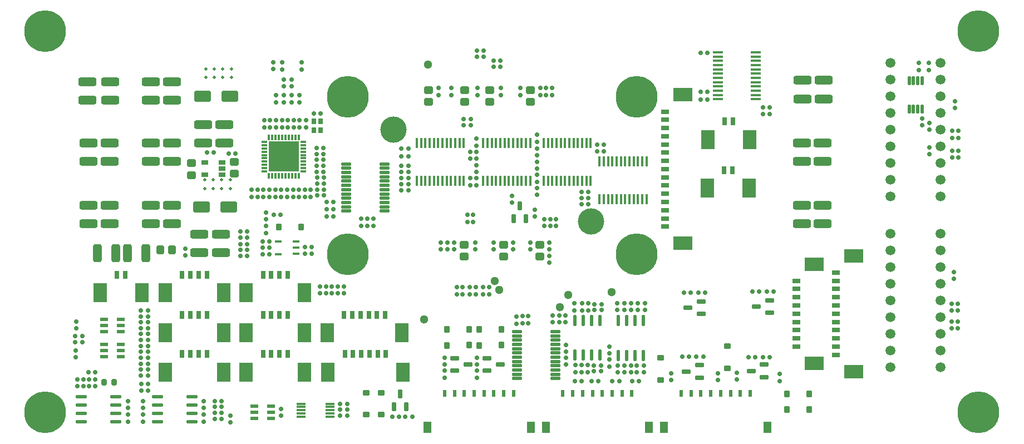
<source format=gbr>
G04*
G04 #@! TF.GenerationSoftware,Altium Limited,Altium Designer,24.9.1 (31)*
G04*
G04 Layer_Color=255*
%FSLAX44Y44*%
%MOMM*%
G71*
G04*
G04 #@! TF.SameCoordinates,11843470-2C0B-4DC8-9AB9-1888B6BF92CD*
G04*
G04*
G04 #@! TF.FilePolarity,Positive*
G04*
G01*
G75*
G04:AMPARAMS|DCode=22|XSize=0.9mm|YSize=0.95mm|CornerRadius=0.1mm|HoleSize=0mm|Usage=FLASHONLY|Rotation=0.000|XOffset=0mm|YOffset=0mm|HoleType=Round|Shape=RoundedRectangle|*
%AMROUNDEDRECTD22*
21,1,0.9000,0.7500,0,0,0.0*
21,1,0.7000,0.9500,0,0,0.0*
1,1,0.2000,0.3500,-0.3750*
1,1,0.2000,-0.3500,-0.3750*
1,1,0.2000,-0.3500,0.3750*
1,1,0.2000,0.3500,0.3750*
%
%ADD22ROUNDEDRECTD22*%
G04:AMPARAMS|DCode=32|XSize=0.95mm|YSize=0.85mm|CornerRadius=0.2125mm|HoleSize=0mm|Usage=FLASHONLY|Rotation=270.000|XOffset=0mm|YOffset=0mm|HoleType=Round|Shape=RoundedRectangle|*
%AMROUNDEDRECTD32*
21,1,0.9500,0.4250,0,0,270.0*
21,1,0.5250,0.8500,0,0,270.0*
1,1,0.4250,-0.2125,-0.2625*
1,1,0.4250,-0.2125,0.2625*
1,1,0.4250,0.2125,0.2625*
1,1,0.4250,0.2125,-0.2625*
%
%ADD32ROUNDEDRECTD32*%
G04:AMPARAMS|DCode=36|XSize=1.2mm|YSize=1.3mm|CornerRadius=0.25mm|HoleSize=0mm|Usage=FLASHONLY|Rotation=180.000|XOffset=0mm|YOffset=0mm|HoleType=Round|Shape=RoundedRectangle|*
%AMROUNDEDRECTD36*
21,1,1.2000,0.8000,0,0,180.0*
21,1,0.7000,1.3000,0,0,180.0*
1,1,0.5000,-0.3500,0.4000*
1,1,0.5000,0.3500,0.4000*
1,1,0.5000,0.3500,-0.4000*
1,1,0.5000,-0.3500,-0.4000*
%
%ADD36ROUNDEDRECTD36*%
G04:AMPARAMS|DCode=47|XSize=1.64mm|YSize=0.59mm|CornerRadius=0.1475mm|HoleSize=0mm|Usage=FLASHONLY|Rotation=180.000|XOffset=0mm|YOffset=0mm|HoleType=Round|Shape=RoundedRectangle|*
%AMROUNDEDRECTD47*
21,1,1.6400,0.2950,0,0,180.0*
21,1,1.3450,0.5900,0,0,180.0*
1,1,0.2950,-0.6725,0.1475*
1,1,0.2950,0.6725,0.1475*
1,1,0.2950,0.6725,-0.1475*
1,1,0.2950,-0.6725,-0.1475*
%
%ADD47ROUNDEDRECTD47*%
G04:AMPARAMS|DCode=48|XSize=1.21mm|YSize=0.59mm|CornerRadius=0.0738mm|HoleSize=0mm|Usage=FLASHONLY|Rotation=180.000|XOffset=0mm|YOffset=0mm|HoleType=Round|Shape=RoundedRectangle|*
%AMROUNDEDRECTD48*
21,1,1.2100,0.4425,0,0,180.0*
21,1,1.0625,0.5900,0,0,180.0*
1,1,0.1475,-0.5313,0.2213*
1,1,0.1475,0.5313,0.2213*
1,1,0.1475,0.5313,-0.2213*
1,1,0.1475,-0.5313,-0.2213*
%
%ADD48ROUNDEDRECTD48*%
G04:AMPARAMS|DCode=58|XSize=1.32mm|YSize=0.6mm|CornerRadius=0.075mm|HoleSize=0mm|Usage=FLASHONLY|Rotation=180.000|XOffset=0mm|YOffset=0mm|HoleType=Round|Shape=RoundedRectangle|*
%AMROUNDEDRECTD58*
21,1,1.3200,0.4500,0,0,180.0*
21,1,1.1700,0.6000,0,0,180.0*
1,1,0.1500,-0.5850,0.2250*
1,1,0.1500,0.5850,0.2250*
1,1,0.1500,0.5850,-0.2250*
1,1,0.1500,-0.5850,-0.2250*
%
%ADD58ROUNDEDRECTD58*%
G04:AMPARAMS|DCode=59|XSize=1.64mm|YSize=0.59mm|CornerRadius=0.1475mm|HoleSize=0mm|Usage=FLASHONLY|Rotation=90.000|XOffset=0mm|YOffset=0mm|HoleType=Round|Shape=RoundedRectangle|*
%AMROUNDEDRECTD59*
21,1,1.6400,0.2950,0,0,90.0*
21,1,1.3450,0.5900,0,0,90.0*
1,1,0.2950,0.1475,0.6725*
1,1,0.2950,0.1475,-0.6725*
1,1,0.2950,-0.1475,-0.6725*
1,1,0.2950,-0.1475,0.6725*
%
%ADD59ROUNDEDRECTD59*%
G04:AMPARAMS|DCode=60|XSize=0.65mm|YSize=0.6mm|CornerRadius=0.15mm|HoleSize=0mm|Usage=FLASHONLY|Rotation=90.000|XOffset=0mm|YOffset=0mm|HoleType=Round|Shape=RoundedRectangle|*
%AMROUNDEDRECTD60*
21,1,0.6500,0.3000,0,0,90.0*
21,1,0.3500,0.6000,0,0,90.0*
1,1,0.3000,0.1500,0.1750*
1,1,0.3000,0.1500,-0.1750*
1,1,0.3000,-0.1500,-0.1750*
1,1,0.3000,-0.1500,0.1750*
%
%ADD60ROUNDEDRECTD60*%
%ADD61R,0.6000X1.0000*%
%ADD62R,1.2500X1.8000*%
G04:AMPARAMS|DCode=66|XSize=0.65mm|YSize=0.6mm|CornerRadius=0.15mm|HoleSize=0mm|Usage=FLASHONLY|Rotation=180.000|XOffset=0mm|YOffset=0mm|HoleType=Round|Shape=RoundedRectangle|*
%AMROUNDEDRECTD66*
21,1,0.6500,0.3000,0,0,180.0*
21,1,0.3500,0.6000,0,0,180.0*
1,1,0.3000,-0.1750,0.1500*
1,1,0.3000,0.1750,0.1500*
1,1,0.3000,0.1750,-0.1500*
1,1,0.3000,-0.1750,-0.1500*
%
%ADD66ROUNDEDRECTD66*%
G04:AMPARAMS|DCode=68|XSize=1.2mm|YSize=1.3mm|CornerRadius=0.25mm|HoleSize=0mm|Usage=FLASHONLY|Rotation=270.000|XOffset=0mm|YOffset=0mm|HoleType=Round|Shape=RoundedRectangle|*
%AMROUNDEDRECTD68*
21,1,1.2000,0.8000,0,0,270.0*
21,1,0.7000,1.3000,0,0,270.0*
1,1,0.5000,-0.4000,-0.3500*
1,1,0.5000,-0.4000,0.3500*
1,1,0.5000,0.4000,0.3500*
1,1,0.5000,0.4000,-0.3500*
%
%ADD68ROUNDEDRECTD68*%
%ADD131C,1.3000*%
%ADD133C,1.5000*%
%ADD134C,1.5240*%
%ADD136C,4.0000*%
%ADD151C,0.5000*%
%ADD152C,6.3500*%
G04:AMPARAMS|DCode=154|XSize=0.9mm|YSize=0.95mm|CornerRadius=0.1mm|HoleSize=0mm|Usage=FLASHONLY|Rotation=270.000|XOffset=0mm|YOffset=0mm|HoleType=Round|Shape=RoundedRectangle|*
%AMROUNDEDRECTD154*
21,1,0.9000,0.7500,0,0,270.0*
21,1,0.7000,0.9500,0,0,270.0*
1,1,0.2000,-0.3750,-0.3500*
1,1,0.2000,-0.3750,0.3500*
1,1,0.2000,0.3750,0.3500*
1,1,0.2000,0.3750,-0.3500*
%
%ADD154ROUNDEDRECTD154*%
G04:AMPARAMS|DCode=155|XSize=1.3081mm|YSize=0.4572mm|CornerRadius=0.1143mm|HoleSize=0mm|Usage=FLASHONLY|Rotation=270.000|XOffset=0mm|YOffset=0mm|HoleType=Round|Shape=RoundedRectangle|*
%AMROUNDEDRECTD155*
21,1,1.3081,0.2286,0,0,270.0*
21,1,1.0795,0.4572,0,0,270.0*
1,1,0.2286,-0.1143,-0.5397*
1,1,0.2286,-0.1143,0.5397*
1,1,0.2286,0.1143,0.5397*
1,1,0.2286,0.1143,-0.5397*
%
%ADD155ROUNDEDRECTD155*%
%ADD156R,0.9779X0.4064*%
%ADD157R,1.3000X0.8000*%
%ADD158R,3.0000X2.1000*%
G04:AMPARAMS|DCode=159|XSize=1.57mm|YSize=0.41mm|CornerRadius=0.0513mm|HoleSize=0mm|Usage=FLASHONLY|Rotation=0.000|XOffset=0mm|YOffset=0mm|HoleType=Round|Shape=RoundedRectangle|*
%AMROUNDEDRECTD159*
21,1,1.5700,0.3075,0,0,0.0*
21,1,1.4675,0.4100,0,0,0.0*
1,1,0.1025,0.7338,-0.1538*
1,1,0.1025,-0.7338,-0.1538*
1,1,0.1025,-0.7338,0.1538*
1,1,0.1025,0.7338,0.1538*
%
%ADD159ROUNDEDRECTD159*%
G04:AMPARAMS|DCode=160|XSize=2.7mm|YSize=1.3mm|CornerRadius=0.25mm|HoleSize=0mm|Usage=FLASHONLY|Rotation=180.000|XOffset=0mm|YOffset=0mm|HoleType=Round|Shape=RoundedRectangle|*
%AMROUNDEDRECTD160*
21,1,2.7000,0.8000,0,0,180.0*
21,1,2.2000,1.3000,0,0,180.0*
1,1,0.5000,-1.1000,0.4000*
1,1,0.5000,1.1000,0.4000*
1,1,0.5000,1.1000,-0.4000*
1,1,0.5000,-1.1000,-0.4000*
%
%ADD160ROUNDEDRECTD160*%
G04:AMPARAMS|DCode=161|XSize=1.5mm|YSize=0.45mm|CornerRadius=0.1125mm|HoleSize=0mm|Usage=FLASHONLY|Rotation=180.000|XOffset=0mm|YOffset=0mm|HoleType=Round|Shape=RoundedRectangle|*
%AMROUNDEDRECTD161*
21,1,1.5000,0.2250,0,0,180.0*
21,1,1.2750,0.4500,0,0,180.0*
1,1,0.2250,-0.6375,0.1125*
1,1,0.2250,0.6375,0.1125*
1,1,0.2250,0.6375,-0.1125*
1,1,0.2250,-0.6375,-0.1125*
%
%ADD161ROUNDEDRECTD161*%
G04:AMPARAMS|DCode=162|XSize=1.32mm|YSize=0.6mm|CornerRadius=0.075mm|HoleSize=0mm|Usage=FLASHONLY|Rotation=90.000|XOffset=0mm|YOffset=0mm|HoleType=Round|Shape=RoundedRectangle|*
%AMROUNDEDRECTD162*
21,1,1.3200,0.4500,0,0,90.0*
21,1,1.1700,0.6000,0,0,90.0*
1,1,0.1500,0.2250,0.5850*
1,1,0.1500,0.2250,-0.5850*
1,1,0.1500,-0.2250,-0.5850*
1,1,0.1500,-0.2250,0.5850*
%
%ADD162ROUNDEDRECTD162*%
%ADD163R,1.4000X0.3000*%
%ADD164R,0.8000X1.3000*%
%ADD165R,2.1000X3.0000*%
G04:AMPARAMS|DCode=166|XSize=2.7mm|YSize=1.3mm|CornerRadius=0.25mm|HoleSize=0mm|Usage=FLASHONLY|Rotation=270.000|XOffset=0mm|YOffset=0mm|HoleType=Round|Shape=RoundedRectangle|*
%AMROUNDEDRECTD166*
21,1,2.7000,0.8000,0,0,270.0*
21,1,2.2000,1.3000,0,0,270.0*
1,1,0.5000,-0.4000,-1.1000*
1,1,0.5000,-0.4000,1.1000*
1,1,0.5000,0.4000,1.1000*
1,1,0.5000,0.4000,-1.1000*
%
%ADD166ROUNDEDRECTD166*%
G04:AMPARAMS|DCode=167|XSize=1.65mm|YSize=2.55mm|CornerRadius=0.25mm|HoleSize=0mm|Usage=FLASHONLY|Rotation=90.000|XOffset=0mm|YOffset=0mm|HoleType=Round|Shape=RoundedRectangle|*
%AMROUNDEDRECTD167*
21,1,1.6500,2.0500,0,0,90.0*
21,1,1.1500,2.5500,0,0,90.0*
1,1,0.5000,1.0250,0.5750*
1,1,0.5000,1.0250,-0.5750*
1,1,0.5000,-1.0250,-0.5750*
1,1,0.5000,-1.0250,0.5750*
%
%ADD167ROUNDEDRECTD167*%
G04:AMPARAMS|DCode=168|XSize=1.1mm|YSize=0.6mm|CornerRadius=0.05mm|HoleSize=0mm|Usage=FLASHONLY|Rotation=180.000|XOffset=0mm|YOffset=0mm|HoleType=Round|Shape=RoundedRectangle|*
%AMROUNDEDRECTD168*
21,1,1.1000,0.5000,0,0,180.0*
21,1,1.0000,0.6000,0,0,180.0*
1,1,0.1000,-0.5000,0.2500*
1,1,0.1000,0.5000,0.2500*
1,1,0.1000,0.5000,-0.2500*
1,1,0.1000,-0.5000,-0.2500*
%
%ADD168ROUNDEDRECTD168*%
G04:AMPARAMS|DCode=169|XSize=0.84mm|YSize=0.26mm|CornerRadius=0.0325mm|HoleSize=0mm|Usage=FLASHONLY|Rotation=270.000|XOffset=0mm|YOffset=0mm|HoleType=Round|Shape=RoundedRectangle|*
%AMROUNDEDRECTD169*
21,1,0.8400,0.1950,0,0,270.0*
21,1,0.7750,0.2600,0,0,270.0*
1,1,0.0650,-0.0975,-0.3875*
1,1,0.0650,-0.0975,0.3875*
1,1,0.0650,0.0975,0.3875*
1,1,0.0650,0.0975,-0.3875*
%
%ADD169ROUNDEDRECTD169*%
G04:AMPARAMS|DCode=170|XSize=0.26mm|YSize=0.84mm|CornerRadius=0.0325mm|HoleSize=0mm|Usage=FLASHONLY|Rotation=270.000|XOffset=0mm|YOffset=0mm|HoleType=Round|Shape=RoundedRectangle|*
%AMROUNDEDRECTD170*
21,1,0.2600,0.7750,0,0,270.0*
21,1,0.1950,0.8400,0,0,270.0*
1,1,0.0650,-0.3875,-0.0975*
1,1,0.0650,-0.3875,0.0975*
1,1,0.0650,0.3875,0.0975*
1,1,0.0650,0.3875,-0.0975*
%
%ADD170ROUNDEDRECTD170*%
%ADD171R,4.6000X4.6000*%
G04:AMPARAMS|DCode=172|XSize=1.57mm|YSize=0.41mm|CornerRadius=0.0513mm|HoleSize=0mm|Usage=FLASHONLY|Rotation=270.000|XOffset=0mm|YOffset=0mm|HoleType=Round|Shape=RoundedRectangle|*
%AMROUNDEDRECTD172*
21,1,1.5700,0.3075,0,0,270.0*
21,1,1.4675,0.4100,0,0,270.0*
1,1,0.1025,-0.1538,-0.7338*
1,1,0.1025,-0.1538,0.7338*
1,1,0.1025,0.1538,0.7338*
1,1,0.1025,0.1538,-0.7338*
%
%ADD172ROUNDEDRECTD172*%
%ADD173R,0.7500X0.8500*%
D22*
X1168189Y67968D02*
D03*
X1201800Y68000D02*
D03*
X1168189Y43968D02*
D03*
X1201800Y44000D02*
D03*
X700190Y141968D02*
D03*
X733800Y142000D02*
D03*
X651189Y141968D02*
D03*
X684800Y142000D02*
D03*
X651189Y165968D02*
D03*
X684800Y166000D02*
D03*
X700189Y165968D02*
D03*
X733800Y166000D02*
D03*
X428800Y322250D02*
D03*
X395189Y322218D02*
D03*
D32*
X129250Y86000D02*
D03*
X144750D02*
D03*
D36*
X233000Y287002D02*
D03*
X215000D02*
D03*
D47*
X94650Y51350D02*
D03*
Y38650D02*
D03*
X147350Y64050D02*
D03*
Y25950D02*
D03*
X94650D02*
D03*
Y64050D02*
D03*
X147350Y38650D02*
D03*
Y51350D02*
D03*
X263350Y25950D02*
D03*
X210650Y51350D02*
D03*
Y25950D02*
D03*
Y38650D02*
D03*
X263350Y64050D02*
D03*
X210650D02*
D03*
X263350Y38650D02*
D03*
Y51350D02*
D03*
D48*
X358450Y30500D02*
D03*
Y49500D02*
D03*
X383550D02*
D03*
Y40000D02*
D03*
Y30500D02*
D03*
X358450Y40000D02*
D03*
X129450Y143500D02*
D03*
Y134000D02*
D03*
Y124500D02*
D03*
X154550D02*
D03*
Y143500D02*
D03*
Y134000D02*
D03*
Y181500D02*
D03*
Y162500D02*
D03*
X129450D02*
D03*
Y172000D02*
D03*
Y181500D02*
D03*
X154550Y172000D02*
D03*
D58*
X1114000Y103000D02*
D03*
X1134000Y112500D02*
D03*
Y93500D02*
D03*
X1122000Y201000D02*
D03*
X1142000Y210500D02*
D03*
Y191500D02*
D03*
X1018000Y199000D02*
D03*
X1038000Y208500D02*
D03*
Y189500D02*
D03*
X1015000Y102000D02*
D03*
X1035000Y111500D02*
D03*
Y92500D02*
D03*
X712000Y103500D02*
D03*
X732000Y113000D02*
D03*
X712000Y122500D02*
D03*
X663000Y103500D02*
D03*
X683000Y113000D02*
D03*
X663000Y122500D02*
D03*
D59*
X871300Y179700D02*
D03*
X884000Y127000D02*
D03*
X858600Y179700D02*
D03*
X845900D02*
D03*
X858600Y127000D02*
D03*
X871300D02*
D03*
X845900D02*
D03*
X884000Y179700D02*
D03*
X937350Y179350D02*
D03*
X950050Y126650D02*
D03*
X924650Y179350D02*
D03*
X911950D02*
D03*
X924650Y126650D02*
D03*
X937350D02*
D03*
X911950D02*
D03*
X950050Y179350D02*
D03*
D60*
X1384000Y571250D02*
D03*
Y560750D02*
D03*
X1385000Y432750D02*
D03*
Y443250D02*
D03*
X1374000Y476750D02*
D03*
Y487250D02*
D03*
X1385000Y480250D02*
D03*
Y469750D02*
D03*
X1369000Y571250D02*
D03*
Y560750D02*
D03*
X253000Y278750D02*
D03*
Y289250D02*
D03*
X415000Y535750D02*
D03*
Y546250D02*
D03*
X696000Y385750D02*
D03*
Y396250D02*
D03*
X430000Y561750D02*
D03*
Y572250D02*
D03*
X638002Y533250D02*
D03*
Y522750D02*
D03*
X793001Y533250D02*
D03*
Y522750D02*
D03*
X763001Y533250D02*
D03*
Y522750D02*
D03*
X722001Y298250D02*
D03*
Y287750D02*
D03*
X752002Y298250D02*
D03*
Y287750D02*
D03*
X662001Y298250D02*
D03*
Y287750D02*
D03*
X694001Y298250D02*
D03*
Y287750D02*
D03*
X778001Y298250D02*
D03*
Y287750D02*
D03*
X733001Y533250D02*
D03*
Y522750D02*
D03*
X807001Y298250D02*
D03*
Y287750D02*
D03*
X658001Y533250D02*
D03*
Y522750D02*
D03*
X698001Y533250D02*
D03*
Y522750D02*
D03*
X1132000Y504250D02*
D03*
Y493750D02*
D03*
X166000Y46750D02*
D03*
Y57250D02*
D03*
X757000Y174750D02*
D03*
Y185250D02*
D03*
X812000Y176750D02*
D03*
Y187250D02*
D03*
X1157000Y87750D02*
D03*
Y98250D02*
D03*
X1092000Y89500D02*
D03*
Y100000D02*
D03*
X1063000Y88750D02*
D03*
Y99250D02*
D03*
X992000Y88750D02*
D03*
Y99250D02*
D03*
X1422000Y242750D02*
D03*
Y253250D02*
D03*
X363000Y378250D02*
D03*
Y367750D02*
D03*
X1424000Y513500D02*
D03*
Y503000D02*
D03*
X281000Y46750D02*
D03*
Y57250D02*
D03*
X391000Y473750D02*
D03*
Y484250D02*
D03*
X382000Y473750D02*
D03*
Y484250D02*
D03*
X437000Y473750D02*
D03*
Y484250D02*
D03*
X86000Y134250D02*
D03*
Y123750D02*
D03*
X87000Y167750D02*
D03*
Y178250D02*
D03*
X880000Y436750D02*
D03*
Y447250D02*
D03*
X403000Y546250D02*
D03*
Y535750D02*
D03*
X642001Y298250D02*
D03*
Y287750D02*
D03*
X652001Y298250D02*
D03*
Y287750D02*
D03*
X706000Y219750D02*
D03*
Y230250D02*
D03*
X675000Y219750D02*
D03*
Y230250D02*
D03*
X400000Y572250D02*
D03*
Y561750D02*
D03*
X386650Y572641D02*
D03*
Y562141D02*
D03*
X391000Y522250D02*
D03*
Y511750D02*
D03*
X427000Y522250D02*
D03*
Y511750D02*
D03*
X403000Y511750D02*
D03*
Y522250D02*
D03*
X415000Y511750D02*
D03*
Y522250D02*
D03*
X775000Y175750D02*
D03*
Y186250D02*
D03*
X831000Y176750D02*
D03*
Y187250D02*
D03*
X1419000Y205250D02*
D03*
Y194750D02*
D03*
X1420000Y427750D02*
D03*
Y438250D02*
D03*
X1428000Y194750D02*
D03*
Y205250D02*
D03*
X1429000Y427750D02*
D03*
Y438250D02*
D03*
X1419000Y178250D02*
D03*
Y167750D02*
D03*
X1420000Y457750D02*
D03*
Y468250D02*
D03*
X1428000Y167750D02*
D03*
Y178250D02*
D03*
X1429000Y457750D02*
D03*
Y468250D02*
D03*
X715000Y219750D02*
D03*
Y230250D02*
D03*
X322000Y24750D02*
D03*
Y35250D02*
D03*
X376000Y323250D02*
D03*
Y312750D02*
D03*
X376000Y344250D02*
D03*
Y333750D02*
D03*
X196000Y83250D02*
D03*
Y72750D02*
D03*
X186000Y83250D02*
D03*
Y72750D02*
D03*
X682000Y340250D02*
D03*
Y329750D02*
D03*
X189000Y57250D02*
D03*
Y46750D02*
D03*
X281000Y36250D02*
D03*
Y25750D02*
D03*
X539000Y334250D02*
D03*
Y323750D02*
D03*
X766000Y175750D02*
D03*
Y186250D02*
D03*
X822000Y176750D02*
D03*
Y187250D02*
D03*
X697000Y103250D02*
D03*
Y92750D02*
D03*
X648000Y103250D02*
D03*
Y92750D02*
D03*
X697000Y112750D02*
D03*
Y123250D02*
D03*
X648000Y112750D02*
D03*
Y123250D02*
D03*
X811000Y533250D02*
D03*
Y522750D02*
D03*
X691000Y340250D02*
D03*
Y329750D02*
D03*
X166000Y25750D02*
D03*
Y36250D02*
D03*
X98000Y79750D02*
D03*
Y90250D02*
D03*
X116000Y90250D02*
D03*
Y79750D02*
D03*
X910000Y206250D02*
D03*
Y195750D02*
D03*
X911000Y100750D02*
D03*
Y111250D02*
D03*
X831950Y132100D02*
D03*
Y142600D02*
D03*
X898000Y129750D02*
D03*
Y140250D02*
D03*
X844950Y205600D02*
D03*
Y195100D02*
D03*
X898000Y120000D02*
D03*
Y109500D02*
D03*
X832000Y123250D02*
D03*
Y112750D02*
D03*
X846950Y101100D02*
D03*
Y111600D02*
D03*
X921000Y206250D02*
D03*
Y195750D02*
D03*
X931000Y206250D02*
D03*
Y195750D02*
D03*
X921000Y100750D02*
D03*
Y111250D02*
D03*
X931000Y100750D02*
D03*
Y111250D02*
D03*
X856950Y205600D02*
D03*
Y195100D02*
D03*
X865950Y205600D02*
D03*
Y195100D02*
D03*
X855950Y101100D02*
D03*
Y111600D02*
D03*
X864950Y101100D02*
D03*
Y111600D02*
D03*
X799210Y333750D02*
D03*
Y323250D02*
D03*
X808210Y333750D02*
D03*
Y323250D02*
D03*
X817210D02*
D03*
Y333750D02*
D03*
X399000Y34750D02*
D03*
Y45250D02*
D03*
X802000Y533250D02*
D03*
Y522750D02*
D03*
X696000Y445750D02*
D03*
Y456250D02*
D03*
X427000Y473750D02*
D03*
Y484250D02*
D03*
X373000Y473750D02*
D03*
Y484250D02*
D03*
X435000Y378250D02*
D03*
Y367750D02*
D03*
X418000Y473750D02*
D03*
Y484250D02*
D03*
X409000Y473750D02*
D03*
Y484250D02*
D03*
X426000Y378250D02*
D03*
Y367750D02*
D03*
X400000Y473750D02*
D03*
Y484250D02*
D03*
X785000Y348250D02*
D03*
Y337750D02*
D03*
X750000Y359000D02*
D03*
Y369500D02*
D03*
X807000Y267750D02*
D03*
Y278250D02*
D03*
X494000Y220750D02*
D03*
Y231250D02*
D03*
X476000Y220750D02*
D03*
Y231250D02*
D03*
X485000Y220750D02*
D03*
Y231250D02*
D03*
X467000Y231250D02*
D03*
Y220750D02*
D03*
X107000Y90250D02*
D03*
Y79750D02*
D03*
X89000D02*
D03*
Y90250D02*
D03*
X408000Y378250D02*
D03*
Y367750D02*
D03*
X399000Y378250D02*
D03*
Y367750D02*
D03*
X390000Y378250D02*
D03*
Y367750D02*
D03*
X381000Y378250D02*
D03*
Y367750D02*
D03*
X372000Y378250D02*
D03*
Y367750D02*
D03*
X354000Y378250D02*
D03*
Y367750D02*
D03*
X417000Y378250D02*
D03*
Y367750D02*
D03*
X666000Y219750D02*
D03*
Y230250D02*
D03*
X695000D02*
D03*
Y219750D02*
D03*
X686000Y230250D02*
D03*
Y219750D02*
D03*
X521000Y334250D02*
D03*
Y323750D02*
D03*
X530000Y334250D02*
D03*
Y323750D02*
D03*
X687000Y385750D02*
D03*
Y396250D02*
D03*
X696000Y436250D02*
D03*
Y425750D02*
D03*
Y416250D02*
D03*
Y405750D02*
D03*
X458000Y220750D02*
D03*
Y231250D02*
D03*
X189000Y36250D02*
D03*
Y25750D02*
D03*
X788000Y462250D02*
D03*
Y451750D02*
D03*
Y370750D02*
D03*
Y381250D02*
D03*
X1142000Y504250D02*
D03*
Y493750D02*
D03*
X890000Y447250D02*
D03*
Y436750D02*
D03*
X687000Y425750D02*
D03*
Y436250D02*
D03*
X788000Y401250D02*
D03*
Y390750D02*
D03*
Y430750D02*
D03*
Y441250D02*
D03*
Y421250D02*
D03*
Y410750D02*
D03*
X444000Y378250D02*
D03*
Y367750D02*
D03*
D61*
X917500Y68700D02*
D03*
X887500D02*
D03*
X857500D02*
D03*
X827500D02*
D03*
X842500D02*
D03*
X872500D02*
D03*
X902500D02*
D03*
X932500D02*
D03*
X722500D02*
D03*
X752500D02*
D03*
X692500D02*
D03*
X662500D02*
D03*
X737500D02*
D03*
X707500D02*
D03*
X677500D02*
D03*
X647500D02*
D03*
X1112500D02*
D03*
X1082500D02*
D03*
X1052500D02*
D03*
X1022500D02*
D03*
X1007500D02*
D03*
X1037500D02*
D03*
X1067500D02*
D03*
X1097500D02*
D03*
D62*
X801450Y16800D02*
D03*
X958550D02*
D03*
X621450D02*
D03*
X778550D02*
D03*
X981450D02*
D03*
X1138550D02*
D03*
D66*
X1047250Y587000D02*
D03*
X1036750D02*
D03*
X285750Y435000D02*
D03*
X296250D02*
D03*
X1047250Y516000D02*
D03*
X1036750D02*
D03*
X478250Y349000D02*
D03*
X467750D02*
D03*
X459250Y495000D02*
D03*
X448750D02*
D03*
X488750Y53000D02*
D03*
X499250D02*
D03*
X387750Y340250D02*
D03*
X398250D02*
D03*
X96250Y147000D02*
D03*
X85750D02*
D03*
X96250Y156000D02*
D03*
X85750D02*
D03*
X381250Y300250D02*
D03*
X370750D02*
D03*
X592250Y406000D02*
D03*
X581750D02*
D03*
X866250Y357000D02*
D03*
X855750D02*
D03*
X318750Y434000D02*
D03*
X329250D02*
D03*
X707250Y590000D02*
D03*
X696750D02*
D03*
X1126250Y224000D02*
D03*
X1115750D02*
D03*
X1137750D02*
D03*
X1148250D02*
D03*
X1120500Y124000D02*
D03*
X1110000D02*
D03*
X1131750D02*
D03*
X1142250D02*
D03*
X1019250Y125000D02*
D03*
X1008750D02*
D03*
X1030750D02*
D03*
X1041250D02*
D03*
X1022250Y222000D02*
D03*
X1011750D02*
D03*
X1033750D02*
D03*
X1044250D02*
D03*
X707250Y581000D02*
D03*
X696750D02*
D03*
X721750Y575000D02*
D03*
X732250D02*
D03*
X721750Y566000D02*
D03*
X732250D02*
D03*
X676750Y486000D02*
D03*
X687250D02*
D03*
X676750Y477000D02*
D03*
X687250D02*
D03*
X488750Y35000D02*
D03*
X499250D02*
D03*
X488750Y44000D02*
D03*
X499250D02*
D03*
X445250Y281250D02*
D03*
X434750D02*
D03*
X445250Y291250D02*
D03*
X434750D02*
D03*
X370750Y280250D02*
D03*
X381250D02*
D03*
X370750Y290250D02*
D03*
X381250D02*
D03*
X336750Y315000D02*
D03*
X347250D02*
D03*
X587750Y33000D02*
D03*
X598250D02*
D03*
X578250Y33000D02*
D03*
X567750D02*
D03*
X308250Y39000D02*
D03*
X297750D02*
D03*
X308250Y48000D02*
D03*
X297750D02*
D03*
X297750Y30000D02*
D03*
X308250D02*
D03*
X297750Y57000D02*
D03*
X308250D02*
D03*
X336750Y306000D02*
D03*
X347250D02*
D03*
X347250Y296000D02*
D03*
X336750D02*
D03*
X196250Y186000D02*
D03*
X185750D02*
D03*
X196250Y177000D02*
D03*
X185750D02*
D03*
X196250Y114000D02*
D03*
X185750D02*
D03*
X196250Y105000D02*
D03*
X185750D02*
D03*
X196250Y150000D02*
D03*
X185750D02*
D03*
X196250Y141000D02*
D03*
X185750D02*
D03*
X185750Y195000D02*
D03*
X196250D02*
D03*
X185750Y168000D02*
D03*
X196250D02*
D03*
X185750Y123000D02*
D03*
X196250D02*
D03*
X185750Y96000D02*
D03*
X196250D02*
D03*
X105750Y101000D02*
D03*
X116250D02*
D03*
X185750Y159000D02*
D03*
X196250D02*
D03*
X185750Y132000D02*
D03*
X196250D02*
D03*
X845750Y87000D02*
D03*
X856250D02*
D03*
X941750Y196000D02*
D03*
X952250D02*
D03*
X932750Y87000D02*
D03*
X943250D02*
D03*
X940000Y111250D02*
D03*
X950500D02*
D03*
X902750Y87000D02*
D03*
X913250D02*
D03*
X875700Y195350D02*
D03*
X886200D02*
D03*
X870750Y87000D02*
D03*
X881250D02*
D03*
X874700Y111350D02*
D03*
X885200D02*
D03*
X941750Y206000D02*
D03*
X952250D02*
D03*
X940000Y100750D02*
D03*
X950500D02*
D03*
X875700Y204350D02*
D03*
X886200D02*
D03*
X874700Y102350D02*
D03*
X885200D02*
D03*
X592250Y441000D02*
D03*
X581750D02*
D03*
X453750Y370000D02*
D03*
X464250D02*
D03*
X452750Y406000D02*
D03*
X463250D02*
D03*
X463250Y415000D02*
D03*
X452750D02*
D03*
X463250Y424000D02*
D03*
X452750D02*
D03*
X463250Y433000D02*
D03*
X452750D02*
D03*
X463250Y442000D02*
D03*
X452750D02*
D03*
X464250Y379000D02*
D03*
X453750D02*
D03*
X347250Y287000D02*
D03*
X336750D02*
D03*
X336750Y278000D02*
D03*
X347250D02*
D03*
X464250Y388000D02*
D03*
X453750D02*
D03*
X581750Y387000D02*
D03*
X592250D02*
D03*
X581750Y378000D02*
D03*
X592250D02*
D03*
X478250Y338000D02*
D03*
X467750D02*
D03*
X478250Y360000D02*
D03*
X467750D02*
D03*
X581750Y396000D02*
D03*
X592250D02*
D03*
X866250Y366000D02*
D03*
X855750D02*
D03*
X1036750Y528000D02*
D03*
X1047250D02*
D03*
X866250Y375000D02*
D03*
X855750D02*
D03*
X592250Y415000D02*
D03*
X581750D02*
D03*
Y429000D02*
D03*
X592250D02*
D03*
X464250Y397000D02*
D03*
X453750D02*
D03*
D68*
X327998Y421000D02*
D03*
Y403000D02*
D03*
X262748Y419000D02*
D03*
Y401000D02*
D03*
X678000Y530000D02*
D03*
Y512000D02*
D03*
X716000Y530000D02*
D03*
Y512000D02*
D03*
X778000Y530000D02*
D03*
Y512000D02*
D03*
X677000Y295000D02*
D03*
Y277000D02*
D03*
X737000Y295000D02*
D03*
Y277000D02*
D03*
X792000Y295000D02*
D03*
Y277000D02*
D03*
X623000Y530000D02*
D03*
Y512000D02*
D03*
D131*
X622000Y569000D02*
D03*
X616000Y181000D02*
D03*
X823000Y200000D02*
D03*
X902000Y223000D02*
D03*
X836000Y219000D02*
D03*
X731000Y226000D02*
D03*
X724000Y240000D02*
D03*
D133*
X1402100Y368400D02*
D03*
Y393800D02*
D03*
X1325900Y368400D02*
D03*
Y393800D02*
D03*
X1402100Y419200D02*
D03*
X1325900D02*
D03*
X1402100Y470000D02*
D03*
Y444600D02*
D03*
Y520800D02*
D03*
X1325900Y571600D02*
D03*
X1402100D02*
D03*
Y546200D02*
D03*
X1325900Y495400D02*
D03*
Y470000D02*
D03*
Y444600D02*
D03*
Y546200D02*
D03*
X1402100Y495400D02*
D03*
X1325900Y520800D02*
D03*
Y286200D02*
D03*
Y184600D02*
D03*
Y210000D02*
D03*
Y235400D02*
D03*
X1402100Y286200D02*
D03*
Y311600D02*
D03*
X1325900D02*
D03*
X1402100Y260800D02*
D03*
X1325900Y159200D02*
D03*
X1402100D02*
D03*
X1325900Y133800D02*
D03*
Y108400D02*
D03*
X1402100Y133800D02*
D03*
Y108400D02*
D03*
Y184600D02*
D03*
Y210000D02*
D03*
Y235400D02*
D03*
X1325900Y260800D02*
D03*
D134*
X17140Y620000D02*
D03*
X23836Y603835D02*
D03*
X40000Y597140D02*
D03*
X23836Y636165D02*
D03*
X40000Y642860D02*
D03*
X56164Y603835D02*
D03*
Y636165D02*
D03*
X62860Y620000D02*
D03*
X1460000Y597140D02*
D03*
X1476164Y603835D02*
D03*
X1443836D02*
D03*
X1482860Y620000D02*
D03*
X1437140D02*
D03*
X1476164Y636165D02*
D03*
X1443836D02*
D03*
X1460000Y642860D02*
D03*
X1443836Y23836D02*
D03*
X1437140Y40000D02*
D03*
X1460000Y17140D02*
D03*
X1476164Y56164D02*
D03*
X1443836D02*
D03*
X1460000Y62860D02*
D03*
X1476164Y23836D02*
D03*
X1482860Y40000D02*
D03*
X23836Y23836D02*
D03*
X40000Y17140D02*
D03*
X17140Y40000D02*
D03*
X56164Y23836D02*
D03*
Y56164D02*
D03*
X62860Y40000D02*
D03*
X23836Y56164D02*
D03*
X40000Y62860D02*
D03*
X483835Y503836D02*
D03*
X500000Y497140D02*
D03*
X516164Y503836D02*
D03*
X477140Y520000D02*
D03*
X522860D02*
D03*
X483835Y536164D02*
D03*
X516164D02*
D03*
X500000Y542860D02*
D03*
X940000Y257140D02*
D03*
X923835Y263836D02*
D03*
X956165D02*
D03*
X917140Y280000D02*
D03*
X923835Y296164D02*
D03*
X962860Y280000D02*
D03*
X940000Y302860D02*
D03*
X956165Y296164D02*
D03*
X483835Y263836D02*
D03*
X500000Y257140D02*
D03*
X516164Y263836D02*
D03*
X477140Y280000D02*
D03*
X522860D02*
D03*
X483835Y296164D02*
D03*
X516164D02*
D03*
X500000Y302860D02*
D03*
X923835Y503836D02*
D03*
X917140Y520000D02*
D03*
X923835Y536164D02*
D03*
X940000Y497140D02*
D03*
X956165Y503836D02*
D03*
Y536164D02*
D03*
X962860Y520000D02*
D03*
X940000Y542860D02*
D03*
D136*
X570000Y470000D02*
D03*
X870000Y330000D02*
D03*
D151*
X323000Y549500D02*
D03*
Y562500D02*
D03*
X284000Y549500D02*
D03*
Y562500D02*
D03*
X297000Y549500D02*
D03*
Y562500D02*
D03*
X310000Y549500D02*
D03*
Y562500D02*
D03*
X308500Y393500D02*
D03*
Y380500D02*
D03*
X295500Y393500D02*
D03*
Y380500D02*
D03*
X282500Y393500D02*
D03*
Y380500D02*
D03*
X321500Y393500D02*
D03*
Y380500D02*
D03*
D152*
X40000Y620000D02*
D03*
X1460000D02*
D03*
Y40000D02*
D03*
X40000D02*
D03*
X500000Y520000D02*
D03*
X940000Y280000D02*
D03*
X500000D02*
D03*
X940000Y520000D02*
D03*
D154*
X528000Y69800D02*
D03*
X528032Y36189D02*
D03*
X1078032Y107189D02*
D03*
X1078000Y140800D02*
D03*
X976032Y89189D02*
D03*
X976000Y122800D02*
D03*
X551000Y69800D02*
D03*
X551032Y36189D02*
D03*
D155*
X1354250Y544526D02*
D03*
X1360750D02*
D03*
X1367250D02*
D03*
X1373750D02*
D03*
Y501474D02*
D03*
X1367250D02*
D03*
X1360750D02*
D03*
X1354250D02*
D03*
D156*
X394602Y299775D02*
D03*
Y280725D02*
D03*
X421399Y280852D02*
D03*
Y290250D02*
D03*
Y299648D02*
D03*
D157*
X982500Y410000D02*
D03*
Y397500D02*
D03*
Y322500D02*
D03*
Y435000D02*
D03*
Y422500D02*
D03*
Y485000D02*
D03*
Y472500D02*
D03*
Y460000D02*
D03*
Y447500D02*
D03*
Y385000D02*
D03*
Y372500D02*
D03*
Y360000D02*
D03*
Y347500D02*
D03*
Y335000D02*
D03*
Y497500D02*
D03*
X1182500Y240000D02*
D03*
Y215000D02*
D03*
Y202500D02*
D03*
Y190000D02*
D03*
Y177500D02*
D03*
Y165000D02*
D03*
Y152500D02*
D03*
Y140000D02*
D03*
Y227500D02*
D03*
X1242500Y252500D02*
D03*
Y227500D02*
D03*
Y215000D02*
D03*
Y202500D02*
D03*
Y190000D02*
D03*
Y177500D02*
D03*
Y165000D02*
D03*
Y152500D02*
D03*
Y140000D02*
D03*
Y127500D02*
D03*
Y240000D02*
D03*
D158*
X1010000Y297000D02*
D03*
Y523000D02*
D03*
X1210000Y114500D02*
D03*
Y265500D02*
D03*
X1270000Y102000D02*
D03*
Y278000D02*
D03*
D159*
X1063300Y516250D02*
D03*
Y522750D02*
D03*
Y529250D02*
D03*
Y535750D02*
D03*
Y542250D02*
D03*
Y548750D02*
D03*
Y555250D02*
D03*
Y561750D02*
D03*
Y568250D02*
D03*
Y574750D02*
D03*
Y581250D02*
D03*
Y587750D02*
D03*
X1120700D02*
D03*
Y581250D02*
D03*
Y574750D02*
D03*
Y568250D02*
D03*
Y561750D02*
D03*
Y555250D02*
D03*
Y548750D02*
D03*
Y542250D02*
D03*
Y535750D02*
D03*
Y529250D02*
D03*
Y522750D02*
D03*
Y516250D02*
D03*
D160*
X1224000Y517000D02*
D03*
Y545000D02*
D03*
X1192000Y517000D02*
D03*
Y545000D02*
D03*
X1190920Y421653D02*
D03*
Y449653D02*
D03*
X1222920Y421653D02*
D03*
Y449653D02*
D03*
X1222931Y326653D02*
D03*
Y354653D02*
D03*
X1190931Y326653D02*
D03*
Y354653D02*
D03*
X106000Y327000D02*
D03*
Y355000D02*
D03*
X138000Y327000D02*
D03*
Y355000D02*
D03*
X201000Y327000D02*
D03*
Y355000D02*
D03*
X233000Y327000D02*
D03*
Y355000D02*
D03*
X307000Y283000D02*
D03*
Y311000D02*
D03*
X274000Y283000D02*
D03*
Y311000D02*
D03*
X201000Y422000D02*
D03*
Y450000D02*
D03*
X233000Y422000D02*
D03*
Y450000D02*
D03*
X138000Y422000D02*
D03*
Y450000D02*
D03*
X106000Y422000D02*
D03*
Y450000D02*
D03*
X104000Y515000D02*
D03*
Y543000D02*
D03*
X139000Y515000D02*
D03*
Y543000D02*
D03*
X233000Y515000D02*
D03*
Y543000D02*
D03*
X201000Y515000D02*
D03*
Y543000D02*
D03*
X280000Y450000D02*
D03*
Y478000D02*
D03*
X312000Y450000D02*
D03*
Y478000D02*
D03*
D161*
X758000Y91250D02*
D03*
Y97750D02*
D03*
Y104250D02*
D03*
Y110750D02*
D03*
Y117250D02*
D03*
Y123750D02*
D03*
Y130250D02*
D03*
Y136750D02*
D03*
X816000Y117250D02*
D03*
Y110750D02*
D03*
Y104250D02*
D03*
Y97750D02*
D03*
Y143250D02*
D03*
Y136750D02*
D03*
Y130250D02*
D03*
Y123750D02*
D03*
Y162750D02*
D03*
Y149750D02*
D03*
X758000D02*
D03*
Y156250D02*
D03*
X816000D02*
D03*
X758000Y162750D02*
D03*
X816000Y91250D02*
D03*
X758000Y143250D02*
D03*
X498000Y398250D02*
D03*
X556000Y365750D02*
D03*
X498000Y359250D02*
D03*
Y346250D02*
D03*
X556000Y352750D02*
D03*
Y359250D02*
D03*
Y372250D02*
D03*
Y378750D02*
D03*
Y385250D02*
D03*
Y391750D02*
D03*
Y398250D02*
D03*
Y404750D02*
D03*
Y411250D02*
D03*
Y417750D02*
D03*
X498000Y411250D02*
D03*
Y404750D02*
D03*
Y385250D02*
D03*
Y372250D02*
D03*
Y365750D02*
D03*
Y378750D02*
D03*
Y391750D02*
D03*
Y352750D02*
D03*
X556000Y346250D02*
D03*
X498000Y417750D02*
D03*
D162*
X580000Y68000D02*
D03*
X589500Y48000D02*
D03*
X570500D02*
D03*
X752252Y334210D02*
D03*
X771251D02*
D03*
X761751Y354210D02*
D03*
D163*
X473000Y48000D02*
D03*
X429000Y38000D02*
D03*
Y33000D02*
D03*
Y48000D02*
D03*
Y43000D02*
D03*
X473000Y38000D02*
D03*
Y43000D02*
D03*
Y53000D02*
D03*
Y33000D02*
D03*
X429000Y53000D02*
D03*
D164*
X408750Y188500D02*
D03*
X383750D02*
D03*
X396250D02*
D03*
X371250D02*
D03*
X495750Y128500D02*
D03*
X545750D02*
D03*
X558250D02*
D03*
X508250D02*
D03*
X533250D02*
D03*
X520750D02*
D03*
X494750Y188500D02*
D03*
X557250D02*
D03*
X544750D02*
D03*
X507250D02*
D03*
X532250D02*
D03*
X519750D02*
D03*
X273250Y188500D02*
D03*
X260750D02*
D03*
X285750D02*
D03*
X248250D02*
D03*
X396250Y128500D02*
D03*
X383750D02*
D03*
X408750D02*
D03*
X371250D02*
D03*
X285750Y128500D02*
D03*
X260750D02*
D03*
X273250D02*
D03*
X248250D02*
D03*
X148750Y249500D02*
D03*
X161250D02*
D03*
X260750Y249500D02*
D03*
X273250D02*
D03*
X285750D02*
D03*
X248250D02*
D03*
X408750D02*
D03*
X396250D02*
D03*
X383750D02*
D03*
X371250D02*
D03*
X1073750Y482500D02*
D03*
X1086250D02*
D03*
X1085250Y408500D02*
D03*
X1072750D02*
D03*
D165*
X345750Y161000D02*
D03*
X434250D02*
D03*
X470250Y101000D02*
D03*
X583750D02*
D03*
X469250Y161000D02*
D03*
X582750D02*
D03*
X222750Y161000D02*
D03*
X311250D02*
D03*
X345750Y101000D02*
D03*
X434250D02*
D03*
X222750Y101000D02*
D03*
X311250D02*
D03*
X123250Y222000D02*
D03*
X186750D02*
D03*
X222750Y222000D02*
D03*
X311250D02*
D03*
X345750D02*
D03*
X434250D02*
D03*
X1048250Y455000D02*
D03*
X1111750D02*
D03*
X1047250Y381000D02*
D03*
X1110750D02*
D03*
D166*
X147000Y282000D02*
D03*
X119000D02*
D03*
X165000Y282000D02*
D03*
X193000D02*
D03*
D167*
X319000Y352000D02*
D03*
X278000D02*
D03*
X320500Y521000D02*
D03*
X279500D02*
D03*
D168*
X282750Y401500D02*
D03*
Y420500D02*
D03*
X308750Y401500D02*
D03*
Y420500D02*
D03*
Y411000D02*
D03*
D169*
X380500Y399550D02*
D03*
X385500D02*
D03*
X390500D02*
D03*
X395500D02*
D03*
X400500D02*
D03*
X405500D02*
D03*
X410500D02*
D03*
X415500D02*
D03*
X420500D02*
D03*
X425500D02*
D03*
Y458450D02*
D03*
X420500D02*
D03*
X415500D02*
D03*
X410500D02*
D03*
X405500D02*
D03*
X400500D02*
D03*
X395500D02*
D03*
X390500D02*
D03*
X385500D02*
D03*
X380500D02*
D03*
D170*
X373550Y451500D02*
D03*
Y446500D02*
D03*
Y441500D02*
D03*
Y436500D02*
D03*
Y431500D02*
D03*
Y426500D02*
D03*
Y421500D02*
D03*
Y416500D02*
D03*
Y411500D02*
D03*
Y406500D02*
D03*
X432450D02*
D03*
Y411500D02*
D03*
Y416500D02*
D03*
Y421500D02*
D03*
Y426500D02*
D03*
Y431500D02*
D03*
Y436500D02*
D03*
Y441500D02*
D03*
Y446500D02*
D03*
Y451500D02*
D03*
D171*
X403000Y429000D02*
D03*
D172*
X605250Y449700D02*
D03*
X611750D02*
D03*
X618250D02*
D03*
X624750D02*
D03*
X631250D02*
D03*
X637750D02*
D03*
X644250D02*
D03*
X650750D02*
D03*
X657250D02*
D03*
X663750D02*
D03*
X670250D02*
D03*
X676750D02*
D03*
Y392300D02*
D03*
X670250D02*
D03*
X663750D02*
D03*
X657250D02*
D03*
X650750D02*
D03*
X644250D02*
D03*
X637750D02*
D03*
X631250D02*
D03*
X624750D02*
D03*
X618250D02*
D03*
X611750D02*
D03*
X605250D02*
D03*
X706250D02*
D03*
X712750D02*
D03*
X719250D02*
D03*
X725750D02*
D03*
X732250D02*
D03*
X738750D02*
D03*
X745250D02*
D03*
X751750D02*
D03*
X758250D02*
D03*
X764750D02*
D03*
X771250D02*
D03*
X777750D02*
D03*
Y449700D02*
D03*
X771250D02*
D03*
X764750D02*
D03*
X758250D02*
D03*
X751750D02*
D03*
X745250D02*
D03*
X738750D02*
D03*
X732250D02*
D03*
X725750D02*
D03*
X719250D02*
D03*
X712750D02*
D03*
X706250D02*
D03*
X798250D02*
D03*
X804750D02*
D03*
X811250D02*
D03*
X817750D02*
D03*
X824250D02*
D03*
X830750D02*
D03*
X837250D02*
D03*
X843750D02*
D03*
X850250D02*
D03*
X856750D02*
D03*
X863250D02*
D03*
X869750D02*
D03*
Y392300D02*
D03*
X863250D02*
D03*
X856750D02*
D03*
X850250D02*
D03*
X843750D02*
D03*
X837250D02*
D03*
X830750D02*
D03*
X824250D02*
D03*
X817750D02*
D03*
X811250D02*
D03*
X804750D02*
D03*
X798250D02*
D03*
X883250Y364300D02*
D03*
X889750D02*
D03*
X896250D02*
D03*
X902750D02*
D03*
X909250D02*
D03*
X915750D02*
D03*
X922250D02*
D03*
X928750D02*
D03*
X935250D02*
D03*
X941750D02*
D03*
X948250D02*
D03*
X954750D02*
D03*
Y421700D02*
D03*
X948250D02*
D03*
X941750D02*
D03*
X935250D02*
D03*
X928750D02*
D03*
X922250D02*
D03*
X915750D02*
D03*
X909250D02*
D03*
X902750D02*
D03*
X896250D02*
D03*
X889750D02*
D03*
X883250D02*
D03*
D173*
X448750Y469250D02*
D03*
X459250Y482750D02*
D03*
X448750D02*
D03*
X459250Y469250D02*
D03*
M02*

</source>
